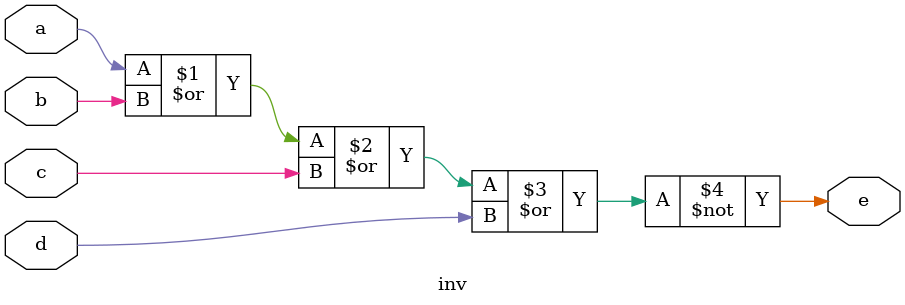
<source format=v>
`timescale 1ns / 1ps

module inv(a, b, c, d, e);
input a, b, c, d;
output e;

assign e = ~(a|b|c|d);
endmodule

</source>
